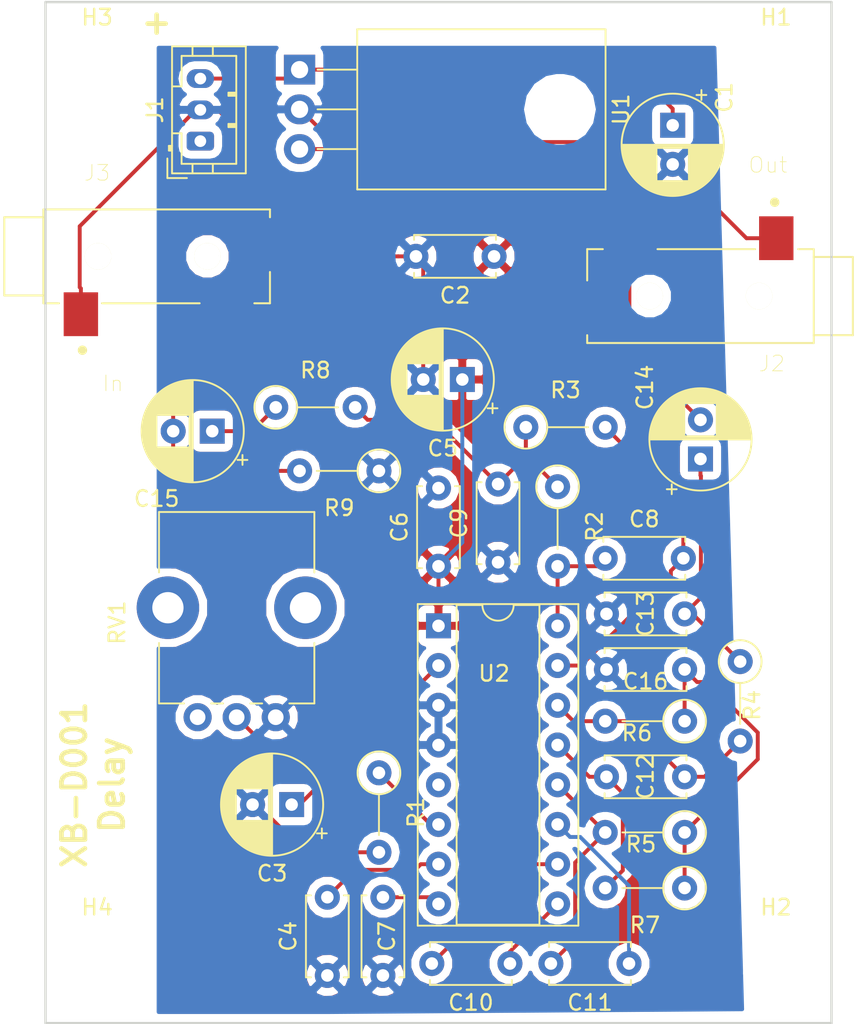
<source format=kicad_pcb>
(kicad_pcb (version 20171130) (host pcbnew "(5.1.0)-1")
  (layers (0 F.Cu signal) (31 B.Cu signal) (34 B.Paste user) (35 F.Paste user) (36 B.SilkS user) (37 F.SilkS user) (38 B.Mask user) (39 F.Mask user) (44 Edge.Cuts user))
  (net 0 "")
  (net 1 +12V)
  (net 2 GND)
  (net 3 +5V)
  (net 4 "Net-(C3-Pad1)")
  (net 5 "Net-(C4-Pad2)")
  (net 6 "Net-(C7-Pad2)")
  (net 7 "Net-(C8-Pad2)")
  (net 8 "Net-(C8-Pad1)")
  (net 9 "Net-(C9-Pad2)")
  (net 10 "Net-(C10-Pad1)")
  (net 11 "Net-(C10-Pad2)")
  (net 12 "Net-(C11-Pad1)")
  (net 13 "Net-(C11-Pad2)")
  (net 14 "Net-(C12-Pad1)")
  (net 15 "Net-(C12-Pad2)")
  (net 16 "Net-(C13-Pad1)")
  (net 17 Output)
  (net 18 Input)
  (net 19 "Net-(C15-Pad1)")
  (net 20 "Net-(C16-Pad1)")
  (net 21 -12V)
  (net 22 "Net-(R1-Pad1)")
  (net 23 "Net-(R1-Pad2)")
  (net 24 "Net-(RV1-Pad3)")
  (net 25 "Net-(U2-Pad5)")
  (net 26 "Net-(J2-PadTN)")
  (net 27 "Net-(J3-PadTN)")
  (module Package_TO_SOT_THT:TO-220-3_Horizontal_TabDown (layer F.Cu) (at 143.764 33.782 270)
    (fp_text reference U1 (at 2.54 -20.58 270) (layer F.SilkS))
    (fp_text value LM7805_TO220)
    (pad "" np_thru_hole oval (at 2.54 -16.66 270) (size 3.5 3.5) (drill 3.5) (layers *.Cu *.Mask))
    (pad 1 thru_hole rect (at 0 0 270) (size 1.905 2) (drill 1.1) (layers *.Cu *.Mask) (net 1 +12V))
    (pad 2 thru_hole oval (at 2.54 0 270) (size 1.905 2) (drill 1.1) (layers *.Cu *.Mask) (net 2 GND))
    (pad 3 thru_hole oval (at 5.08 0 270) (size 1.905 2) (drill 1.1) (layers *.Cu *.Mask) (net 3 +5V))
  )
  (module SJ2-3592B-SMT-TR:CUI_SJ2-3592B-SMT-TR (layer F.Cu) (at 134.62 45.72)
    (fp_text reference J3 (at -3.81 -5.334) (layer F.SilkS) (effects (font (size 1.00194 1.00194) (thickness 0.05))))
    (fp_text value In (at -2.794 8.128) (layer F.SilkS) (effects (font (size 1.00016 1.00016) (thickness 0.05))))
    (pad Hole np_thru_hole circle (at 3.25 0) (size 1.7 1.7) (drill 1.7) (layers *.Cu *.Mask F.SilkS))
    (pad Hole np_thru_hole circle (at -3.75 0) (size 1.7 1.7) (drill 1.7) (layers *.Cu *.Mask F.SilkS))
    (pad TN smd rect (at 8.55 -0.75) (size 2.6 2.8) (layers F.Cu F.Paste F.Mask) (net 27 "Net-(J3-PadTN)"))
    (pad T smd rect (at 4.55 3.7) (size 2.8 2.8) (layers F.Cu F.Paste F.Mask) (net 18 Input))
    (pad S smd rect (at -4.85 3.7) (size 2.2 2.8) (layers F.Cu F.Paste F.Mask) (net 2 GND))
  )
  (module SJ2-3592B-SMT-TR:CUI_SJ2-3592B-SMT-TR (layer F.Cu) (at 169.418 48.26 180)
    (fp_text reference J2 (at -4.572 -4.318 180) (layer F.SilkS) (effects (font (size 1.00194 1.00194) (thickness 0.05))))
    (fp_text value Out (at -4.318 8.382 180) (layer F.SilkS) (effects (font (size 1.00016 1.00016) (thickness 0.05))))
    (pad S smd rect (at -4.85 3.7 180) (size 2.2 2.8) (layers F.Cu F.Paste F.Mask) (net 2 GND))
    (pad T smd rect (at 4.55 3.7 180) (size 2.8 2.8) (layers F.Cu F.Paste F.Mask) (net 17 Output))
    (pad TN smd rect (at 8.55 -0.75 180) (size 2.6 2.8) (layers F.Cu F.Paste F.Mask) (net 26 "Net-(J2-PadTN)"))
    (pad Hole np_thru_hole circle (at -3.75 0 180) (size 1.7 1.7) (drill 1.7) (layers *.Cu *.Mask F.SilkS))
    (pad Hole np_thru_hole circle (at 3.25 0 180) (size 1.7 1.7) (drill 1.7) (layers *.Cu *.Mask F.SilkS))
  )
  (module Capacitor_THT:CP_Radial_D6.3mm_P2.50mm (layer F.Cu) (at 167.64 37.338 270)
    (fp_text reference C1 (at -1.778 -3.302 270) (layer F.SilkS))
    (fp_text value CP)
    (pad 1 thru_hole rect (at 0 0 270) (size 1.6 1.6) (drill 0.8) (layers *.Cu *.Mask) (net 1 +12V))
    (pad 2 thru_hole circle (at 2.5 0 270) (size 1.6 1.6) (drill 0.8) (layers *.Cu *.Mask) (net 2 GND))
  )
  (module Capacitor_THT:C_Disc_D5.0mm_W2.5mm_P5.00mm (layer F.Cu) (at 156.21 45.72 180)
    (fp_text reference C2 (at 2.5 -2.5 180) (layer F.SilkS))
    (fp_text value C)
    (pad 2 thru_hole circle (at 5 0 180) (size 1.6 1.6) (drill 0.8) (layers *.Cu *.Mask) (net 2 GND))
    (pad 1 thru_hole circle (at 0 0 180) (size 1.6 1.6) (drill 0.8) (layers *.Cu *.Mask) (net 3 +5V))
  )
  (module Capacitor_THT:CP_Radial_D6.3mm_P2.50mm (layer F.Cu) (at 143.256 80.772 180)
    (fp_text reference C3 (at 1.25 -4.4 180) (layer F.SilkS))
    (fp_text value 47uF)
    (pad 1 thru_hole rect (at 0 0 180) (size 1.6 1.6) (drill 0.8) (layers *.Cu *.Mask) (net 4 "Net-(C3-Pad1)"))
    (pad 2 thru_hole circle (at 2.5 0 180) (size 1.6 1.6) (drill 0.8) (layers *.Cu *.Mask) (net 2 GND))
  )
  (module Capacitor_THT:C_Disc_D5.0mm_W2.5mm_P5.00mm (layer F.Cu) (at 145.542 91.694 90)
    (fp_text reference C4 (at 2.5 -2.5 90) (layer F.SilkS))
    (fp_text value 0.1uF)
    (pad 2 thru_hole circle (at 5 0 90) (size 1.6 1.6) (drill 0.8) (layers *.Cu *.Mask) (net 5 "Net-(C4-Pad2)"))
    (pad 1 thru_hole circle (at 0 0 90) (size 1.6 1.6) (drill 0.8) (layers *.Cu *.Mask) (net 2 GND))
  )
  (module Capacitor_THT:CP_Radial_D6.3mm_P2.50mm (layer F.Cu) (at 154.178 53.594 180)
    (fp_text reference C5 (at 1.25 -4.4 180) (layer F.SilkS))
    (fp_text value 100uF)
    (pad 2 thru_hole circle (at 2.5 0 180) (size 1.6 1.6) (drill 0.8) (layers *.Cu *.Mask) (net 2 GND))
    (pad 1 thru_hole rect (at 0 0 180) (size 1.6 1.6) (drill 0.8) (layers *.Cu *.Mask) (net 3 +5V))
  )
  (module Capacitor_THT:C_Disc_D5.0mm_W2.5mm_P5.00mm (layer F.Cu) (at 152.654 65.532 90)
    (fp_text reference C6 (at 2.5 -2.5 90) (layer F.SilkS))
    (fp_text value 0.1uF)
    (pad 2 thru_hole circle (at 5 0 90) (size 1.6 1.6) (drill 0.8) (layers *.Cu *.Mask) (net 2 GND))
    (pad 1 thru_hole circle (at 0 0 90) (size 1.6 1.6) (drill 0.8) (layers *.Cu *.Mask) (net 3 +5V))
  )
  (module Capacitor_THT:C_Disc_D5.0mm_W2.5mm_P5.00mm (layer F.Cu) (at 149.098 91.694 90)
    (fp_text reference C7 (at 2.5 0.254 90) (layer F.SilkS))
    (fp_text value 0.1uF)
    (pad 1 thru_hole circle (at 0 0 90) (size 1.6 1.6) (drill 0.8) (layers *.Cu *.Mask) (net 2 GND))
    (pad 2 thru_hole circle (at 5 0 90) (size 1.6 1.6) (drill 0.8) (layers *.Cu *.Mask) (net 6 "Net-(C7-Pad2)"))
  )
  (module Capacitor_THT:C_Disc_D5.0mm_W2.5mm_P5.00mm (layer F.Cu) (at 163.322 65.024)
    (fp_text reference C8 (at 2.5 -2.5) (layer F.SilkS))
    (fp_text value 560pF)
    (pad 2 thru_hole circle (at 5 0) (size 1.6 1.6) (drill 0.8) (layers *.Cu *.Mask) (net 7 "Net-(C8-Pad2)"))
    (pad 1 thru_hole circle (at 0 0) (size 1.6 1.6) (drill 0.8) (layers *.Cu *.Mask) (net 8 "Net-(C8-Pad1)"))
  )
  (module Capacitor_THT:C_Disc_D5.0mm_W2.5mm_P5.00mm (layer F.Cu) (at 156.464 65.278 90)
    (fp_text reference C9 (at 2.5 -2.5 90) (layer F.SilkS))
    (fp_text value 5600pF)
    (pad 1 thru_hole circle (at 0 0 90) (size 1.6 1.6) (drill 0.8) (layers *.Cu *.Mask) (net 2 GND))
    (pad 2 thru_hole circle (at 5 0 90) (size 1.6 1.6) (drill 0.8) (layers *.Cu *.Mask) (net 9 "Net-(C9-Pad2)"))
  )
  (module Capacitor_THT:C_Disc_D5.0mm_W2.5mm_P5.00mm (layer F.Cu) (at 157.226 90.932 180)
    (fp_text reference C10 (at 2.5 -2.5 180) (layer F.SilkS))
    (fp_text value 0.1uF)
    (pad 1 thru_hole circle (at 0 0 180) (size 1.6 1.6) (drill 0.8) (layers *.Cu *.Mask) (net 10 "Net-(C10-Pad1)"))
    (pad 2 thru_hole circle (at 5 0 180) (size 1.6 1.6) (drill 0.8) (layers *.Cu *.Mask) (net 11 "Net-(C10-Pad2)"))
  )
  (module Capacitor_THT:C_Disc_D5.0mm_W2.5mm_P5.00mm (layer F.Cu) (at 164.846 90.932 180)
    (fp_text reference C11 (at 2.5 -2.5 180) (layer F.SilkS))
    (fp_text value 0.1uF)
    (pad 1 thru_hole circle (at 0 0 180) (size 1.6 1.6) (drill 0.8) (layers *.Cu *.Mask) (net 12 "Net-(C11-Pad1)"))
    (pad 2 thru_hole circle (at 5 0 180) (size 1.6 1.6) (drill 0.8) (layers *.Cu *.Mask) (net 13 "Net-(C11-Pad2)"))
  )
  (module Capacitor_THT:C_Disc_D5.0mm_W2.5mm_P5.00mm (layer F.Cu) (at 168.402 78.994 180)
    (fp_text reference C12 (at 2.5 0 270) (layer F.SilkS))
    (fp_text value 560pF)
    (pad 1 thru_hole circle (at 0 0 180) (size 1.6 1.6) (drill 0.8) (layers *.Cu *.Mask) (net 14 "Net-(C12-Pad1)"))
    (pad 2 thru_hole circle (at 5 0 180) (size 1.6 1.6) (drill 0.8) (layers *.Cu *.Mask) (net 15 "Net-(C12-Pad2)"))
  )
  (module Capacitor_THT:C_Disc_D5.0mm_W2.5mm_P5.00mm (layer F.Cu) (at 168.402 68.58 180)
    (fp_text reference C13 (at 2.5 0 270) (layer F.SilkS))
    (fp_text value 0.1uF)
    (pad 1 thru_hole circle (at 0 0 180) (size 1.6 1.6) (drill 0.8) (layers *.Cu *.Mask) (net 16 "Net-(C13-Pad1)"))
    (pad 2 thru_hole circle (at 5 0 180) (size 1.6 1.6) (drill 0.8) (layers *.Cu *.Mask) (net 2 GND))
  )
  (module Capacitor_THT:CP_Radial_D6.3mm_P2.50mm (layer F.Cu) (at 169.418 58.674 90)
    (fp_text reference C14 (at 4.572 -3.556 90) (layer F.SilkS))
    (fp_text value 10uF)
    (pad 1 thru_hole rect (at 0 0 90) (size 1.6 1.6) (drill 0.8) (layers *.Cu *.Mask) (net 16 "Net-(C13-Pad1)"))
    (pad 2 thru_hole circle (at 2.5 0 90) (size 1.6 1.6) (drill 0.8) (layers *.Cu *.Mask) (net 17 Output))
  )
  (module Capacitor_THT:CP_Radial_D6.3mm_P2.50mm (layer F.Cu) (at 138.176 56.896 180)
    (fp_text reference C15 (at 3.556 -4.318 180) (layer F.SilkS))
    (fp_text value 4.7uF)
    (pad 2 thru_hole circle (at 2.5 0 180) (size 1.6 1.6) (drill 0.8) (layers *.Cu *.Mask) (net 18 Input))
    (pad 1 thru_hole rect (at 0 0 180) (size 1.6 1.6) (drill 0.8) (layers *.Cu *.Mask) (net 19 "Net-(C15-Pad1)"))
  )
  (module Capacitor_THT:C_Disc_D5.0mm_W2.5mm_P5.00mm (layer F.Cu) (at 168.402 72.136 180)
    (fp_text reference C16 (at 2.5 -0.762 180) (layer F.SilkS))
    (fp_text value 5600pF)
    (pad 2 thru_hole circle (at 5 0 180) (size 1.6 1.6) (drill 0.8) (layers *.Cu *.Mask) (net 2 GND))
    (pad 1 thru_hole circle (at 0 0 180) (size 1.6 1.6) (drill 0.8) (layers *.Cu *.Mask) (net 20 "Net-(C16-Pad1)"))
  )
  (module MountingHole:MountingHole_3.2mm_M3_ISO7380 (layer F.Cu) (at 174.244 34.29)
    (fp_text reference H1 (at 0 -3.85) (layer F.SilkS))
    (fp_text value MountingHole)
    (pad 1 np_thru_hole circle (at 0 0) (size 3.2 3.2) (drill 3.2) (layers *.Cu *.Mask))
  )
  (module MountingHole:MountingHole_3.2mm_M3_ISO7380 (layer F.Cu) (at 174.244 91.186)
    (fp_text reference H2 (at 0 -3.85) (layer F.SilkS))
    (fp_text value MountingHole)
    (pad 1 np_thru_hole circle (at 0 0) (size 3.2 3.2) (drill 3.2) (layers *.Cu *.Mask))
  )
  (module MountingHole:MountingHole_3.2mm_M3_ISO7380 (layer F.Cu) (at 130.81 34.29)
    (fp_text reference H3 (at 0 -3.85) (layer F.SilkS))
    (fp_text value MountingHole)
    (pad 1 np_thru_hole circle (at 0 0) (size 3.2 3.2) (drill 3.2) (layers *.Cu *.Mask))
  )
  (module MountingHole:MountingHole_3.2mm_M3_ISO7380 (layer F.Cu) (at 130.81 91.186)
    (fp_text reference H4 (at 0 -3.85) (layer F.SilkS))
    (fp_text value MountingHole)
    (pad 1 np_thru_hole circle (at 0 0) (size 3.2 3.2) (drill 3.2) (layers *.Cu *.Mask))
  )
  (module Connector_JST:JST_PH_B3B-PH-K_1x03_P2.00mm_Vertical (layer F.Cu) (at 137.414 38.354 90)
    (fp_text reference J1 (at 2 -2.9 90) (layer F.SilkS))
    (fp_text value Conn_01x03_Female)
    (pad 1 thru_hole roundrect (at 0 0 90) (size 1.2 1.75) (drill 0.75) (layers *.Cu *.Mask) (roundrect_rratio 0.208333) (net 21 -12V))
    (pad 2 thru_hole oval (at 2 0 90) (size 1.2 1.75) (drill 0.75) (layers *.Cu *.Mask) (net 2 GND))
    (pad 3 thru_hole oval (at 4 0 90) (size 1.2 1.75) (drill 0.75) (layers *.Cu *.Mask) (net 1 +12V))
  )
  (module Resistor_THT:R_Axial_DIN0207_L6.3mm_D2.5mm_P5.08mm_Vertical (layer F.Cu) (at 148.844 78.74 270)
    (fp_text reference R1 (at 2.54 -2.37 270) (layer F.SilkS))
    (fp_text value 1k)
    (pad 1 thru_hole circle (at 0 0 270) (size 1.6 1.6) (drill 0.8) (layers *.Cu *.Mask) (net 22 "Net-(R1-Pad1)"))
    (pad 2 thru_hole oval (at 5.08 0 270) (size 1.6 1.6) (drill 0.8) (layers *.Cu *.Mask) (net 23 "Net-(R1-Pad2)"))
  )
  (module Resistor_THT:R_Axial_DIN0207_L6.3mm_D2.5mm_P5.08mm_Vertical (layer F.Cu) (at 160.274 60.452 270)
    (fp_text reference R2 (at 2.54 -2.37 270) (layer F.SilkS))
    (fp_text value 10k)
    (pad 2 thru_hole oval (at 5.08 0 270) (size 1.6 1.6) (drill 0.8) (layers *.Cu *.Mask) (net 8 "Net-(C8-Pad1)"))
    (pad 1 thru_hole circle (at 0 0 270) (size 1.6 1.6) (drill 0.8) (layers *.Cu *.Mask) (net 9 "Net-(C9-Pad2)"))
  )
  (module Resistor_THT:R_Axial_DIN0207_L6.3mm_D2.5mm_P5.08mm_Vertical (layer F.Cu) (at 158.242 56.642)
    (fp_text reference R3 (at 2.54 -2.37) (layer F.SilkS))
    (fp_text value 15k)
    (pad 1 thru_hole circle (at 0 0) (size 1.6 1.6) (drill 0.8) (layers *.Cu *.Mask) (net 9 "Net-(C9-Pad2)"))
    (pad 2 thru_hole oval (at 5.08 0) (size 1.6 1.6) (drill 0.8) (layers *.Cu *.Mask) (net 7 "Net-(C8-Pad2)"))
  )
  (module Resistor_THT:R_Axial_DIN0207_L6.3mm_D2.5mm_P5.08mm_Vertical (layer F.Cu) (at 171.958 71.628 270)
    (fp_text reference R4 (at 2.794 -0.762 270) (layer F.SilkS))
    (fp_text value 2.74k)
    (pad 2 thru_hole oval (at 5.08 0 270) (size 1.6 1.6) (drill 0.8) (layers *.Cu *.Mask) (net 14 "Net-(C12-Pad1)"))
    (pad 1 thru_hole circle (at 0 0 270) (size 1.6 1.6) (drill 0.8) (layers *.Cu *.Mask) (net 16 "Net-(C13-Pad1)"))
  )
  (module Resistor_THT:R_Axial_DIN0207_L6.3mm_D2.5mm_P5.08mm_Vertical (layer F.Cu) (at 168.402 82.55 180)
    (fp_text reference R5 (at 2.794 -0.762 180) (layer F.SilkS))
    (fp_text value 15k)
    (pad 2 thru_hole oval (at 5.08 0 180) (size 1.6 1.6) (drill 0.8) (layers *.Cu *.Mask) (net 13 "Net-(C11-Pad2)"))
    (pad 1 thru_hole circle (at 0 0 180) (size 1.6 1.6) (drill 0.8) (layers *.Cu *.Mask) (net 20 "Net-(C16-Pad1)"))
  )
  (module Resistor_THT:R_Axial_DIN0207_L6.3mm_D2.5mm_P5.08mm_Vertical (layer F.Cu) (at 168.402 75.438 180)
    (fp_text reference R6 (at 3.048 -0.762 180) (layer F.SilkS))
    (fp_text value 15k)
    (pad 1 thru_hole circle (at 0 0 180) (size 1.6 1.6) (drill 0.8) (layers *.Cu *.Mask) (net 20 "Net-(C16-Pad1)"))
    (pad 2 thru_hole oval (at 5.08 0 180) (size 1.6 1.6) (drill 0.8) (layers *.Cu *.Mask) (net 14 "Net-(C12-Pad1)"))
  )
  (module Resistor_THT:R_Axial_DIN0207_L6.3mm_D2.5mm_P5.08mm_Vertical (layer F.Cu) (at 168.402 86.106 180)
    (fp_text reference R7 (at 2.54 -2.37 180) (layer F.SilkS))
    (fp_text value 10k)
    (pad 1 thru_hole circle (at 0 0 180) (size 1.6 1.6) (drill 0.8) (layers *.Cu *.Mask) (net 20 "Net-(C16-Pad1)"))
    (pad 2 thru_hole oval (at 5.08 0 180) (size 1.6 1.6) (drill 0.8) (layers *.Cu *.Mask) (net 15 "Net-(C12-Pad2)"))
  )
  (module Resistor_THT:R_Axial_DIN0207_L6.3mm_D2.5mm_P5.08mm_Vertical (layer F.Cu) (at 142.24 55.372)
    (fp_text reference R8 (at 2.54 -2.37) (layer F.SilkS))
    (fp_text value 15k)
    (pad 2 thru_hole oval (at 5.08 0) (size 1.6 1.6) (drill 0.8) (layers *.Cu *.Mask) (net 9 "Net-(C9-Pad2)"))
    (pad 1 thru_hole circle (at 0 0) (size 1.6 1.6) (drill 0.8) (layers *.Cu *.Mask) (net 19 "Net-(C15-Pad1)"))
  )
  (module Resistor_THT:R_Axial_DIN0207_L6.3mm_D2.5mm_P5.08mm_Vertical (layer F.Cu) (at 148.844 59.436 180)
    (fp_text reference R9 (at 2.54 -2.37 180) (layer F.SilkS))
    (fp_text value 100k)
    (pad 1 thru_hole circle (at 0 0 180) (size 1.6 1.6) (drill 0.8) (layers *.Cu *.Mask) (net 2 GND))
    (pad 2 thru_hole oval (at 5.08 0 180) (size 1.6 1.6) (drill 0.8) (layers *.Cu *.Mask) (net 18 Input))
  )
  (module Potentiometer_THT:Potentiometer_Bourns_PTV09A-1_Single_Vertical (layer F.Cu) (at 142.24 75.184 90)
    (fp_text reference RV1 (at 6.05 -10.15 90) (layer F.SilkS))
    (fp_text value R_POT)
    (pad 3 thru_hole circle (at 0 -5 90) (size 1.8 1.8) (drill 1) (layers *.Cu *.Mask) (net 24 "Net-(RV1-Pad3)"))
    (pad 2 thru_hole circle (at 0 -2.5 90) (size 1.8 1.8) (drill 1) (layers *.Cu *.Mask) (net 23 "Net-(R1-Pad2)"))
    (pad 1 thru_hole circle (at 0 0 90) (size 1.8 1.8) (drill 1) (layers *.Cu *.Mask) (net 2 GND))
    (pad "" np_thru_hole circle (at 7 -6.9 90) (size 4 4) (drill 2) (layers *.Cu *.Mask))
    (pad "" np_thru_hole circle (at 7 1.9 90) (size 4 4) (drill 2) (layers *.Cu *.Mask))
  )
  (module Package_DIP:DIP-16_W7.62mm_Socket (layer F.Cu) (at 152.654 69.342)
    (fp_text reference U2 (at 3.556 3.048) (layer F.SilkS))
    (fp_text value PT2399)
    (pad 1 thru_hole rect (at 0 0) (size 1.6 1.6) (drill 0.8) (layers *.Cu *.Mask) (net 3 +5V))
    (pad 9 thru_hole oval (at 7.62 17.78) (size 1.6 1.6) (drill 0.8) (layers *.Cu *.Mask) (net 10 "Net-(C10-Pad1)"))
    (pad 2 thru_hole oval (at 0 2.54) (size 1.6 1.6) (drill 0.8) (layers *.Cu *.Mask) (net 4 "Net-(C3-Pad1)"))
    (pad 10 thru_hole oval (at 7.62 15.24) (size 1.6 1.6) (drill 0.8) (layers *.Cu *.Mask) (net 11 "Net-(C10-Pad2)"))
    (pad 3 thru_hole oval (at 0 5.08) (size 1.6 1.6) (drill 0.8) (layers *.Cu *.Mask) (net 2 GND))
    (pad 11 thru_hole oval (at 7.62 12.7) (size 1.6 1.6) (drill 0.8) (layers *.Cu *.Mask) (net 12 "Net-(C11-Pad1)"))
    (pad 4 thru_hole oval (at 0 7.62) (size 1.6 1.6) (drill 0.8) (layers *.Cu *.Mask) (net 2 GND))
    (pad 12 thru_hole oval (at 7.62 10.16) (size 1.6 1.6) (drill 0.8) (layers *.Cu *.Mask) (net 13 "Net-(C11-Pad2)"))
    (pad 5 thru_hole oval (at 0 10.16) (size 1.6 1.6) (drill 0.8) (layers *.Cu *.Mask) (net 25 "Net-(U2-Pad5)"))
    (pad 13 thru_hole oval (at 7.62 7.62) (size 1.6 1.6) (drill 0.8) (layers *.Cu *.Mask) (net 15 "Net-(C12-Pad2)"))
    (pad 6 thru_hole oval (at 0 12.7) (size 1.6 1.6) (drill 0.8) (layers *.Cu *.Mask) (net 22 "Net-(R1-Pad1)"))
    (pad 14 thru_hole oval (at 7.62 5.08) (size 1.6 1.6) (drill 0.8) (layers *.Cu *.Mask) (net 14 "Net-(C12-Pad1)"))
    (pad 7 thru_hole oval (at 0 15.24) (size 1.6 1.6) (drill 0.8) (layers *.Cu *.Mask) (net 5 "Net-(C4-Pad2)"))
    (pad 15 thru_hole oval (at 7.62 2.54) (size 1.6 1.6) (drill 0.8) (layers *.Cu *.Mask) (net 7 "Net-(C8-Pad2)"))
    (pad 8 thru_hole oval (at 0 17.78) (size 1.6 1.6) (drill 0.8) (layers *.Cu *.Mask) (net 6 "Net-(C7-Pad2)"))
    (pad 16 thru_hole oval (at 7.62 0) (size 1.6 1.6) (drill 0.8) (layers *.Cu *.Mask) (net 8 "Net-(C8-Pad1)"))
  )
  (gr_text + (at 134.62 30.734) (layer F.SilkS) (effects (font (size 1.5 1.5) (thickness 0.3))))
  (gr_text "XB-D001\nDelay" (at 130.556 79.502 90) (layer F.SilkS) (effects (font (size 1.5 1.5) (thickness 0.3))))
  (gr_line (start 127.508 94.742) (end 177.8 94.742) (layer Edge.Cuts) (width 0.15))
  (gr_line (start 127.508 29.464) (end 127.508 94.742) (layer Edge.Cuts) (width 0.15))
  (gr_line (start 177.8 29.464) (end 177.8 94.742) (layer Edge.Cuts) (width 0.15))
  (gr_line (start 127.508 29.464) (end 177.8 29.464) (layer Edge.Cuts) (width 0.15))
  (segment (start 143.192 34.354) (end 143.764 33.782) (width 0.25) (layer F.Cu) (net 1))
  (segment (start 137.414 34.354) (end 143.192 34.354) (width 0.25) (layer F.Cu) (net 1))
  (segment (start 145.014 33.782) (end 143.764 33.782) (width 0.25) (layer F.Cu) (net 1))
  (segment (start 165.134 33.782) (end 145.014 33.782) (width 0.25) (layer F.Cu) (net 1))
  (segment (start 167.64 36.288) (end 165.134 33.782) (width 0.25) (layer F.Cu) (net 1))
  (segment (start 167.64 37.338) (end 167.64 36.288) (width 0.25) (layer F.Cu) (net 1))
  (segment (start 143.732 36.354) (end 143.764 36.322) (width 0.25) (layer F.Cu) (net 2))
  (segment (start 137.414 36.354) (end 143.732 36.354) (width 0.25) (layer F.Cu) (net 2))
  (segment (start 129.77 47.77) (end 129.77 49.42) (width 0.25) (layer F.Cu) (net 2))
  (segment (start 129.694999 47.694999) (end 129.77 47.77) (width 0.25) (layer F.Cu) (net 2))
  (segment (start 129.694999 43.798001) (end 129.694999 47.694999) (width 0.25) (layer F.Cu) (net 2))
  (segment (start 137.139 36.354) (end 129.694999 43.798001) (width 0.25) (layer F.Cu) (net 2))
  (segment (start 137.414 36.354) (end 137.139 36.354) (width 0.25) (layer F.Cu) (net 2))
  (segment (start 150.07863 45.72) (end 151.21 45.72) (width 0.25) (layer F.Cu) (net 2))
  (segment (start 147.905 45.72) (end 150.07863 45.72) (width 0.25) (layer F.Cu) (net 2))
  (segment (start 138.539 36.354) (end 147.905 45.72) (width 0.25) (layer F.Cu) (net 2))
  (segment (start 137.414 36.354) (end 138.539 36.354) (width 0.25) (layer F.Cu) (net 2))
  (segment (start 172.362 44.56) (end 167.64 39.838) (width 0.25) (layer F.Cu) (net 2))
  (segment (start 174.268 44.56) (end 172.362 44.56) (width 0.25) (layer F.Cu) (net 2))
  (segment (start 143.8115 36.322) (end 143.764 36.322) (width 0.25) (layer F.Cu) (net 2))
  (segment (start 145.901491 38.411991) (end 143.8115 36.322) (width 0.25) (layer F.Cu) (net 2))
  (segment (start 166.213991 38.411991) (end 145.901491 38.411991) (width 0.25) (layer F.Cu) (net 2))
  (segment (start 167.64 39.838) (end 166.213991 38.411991) (width 0.25) (layer F.Cu) (net 2))
  (segment (start 151.678 46.188) (end 151.21 45.72) (width 0.25) (layer F.Cu) (net 2))
  (segment (start 151.678 53.594) (end 151.678 46.188) (width 0.25) (layer F.Cu) (net 2))
  (segment (start 152.654 74.422) (end 152.654 76.962) (width 0.25) (layer B.Cu) (net 2))
  (segment (start 149.352 38.862) (end 156.21 45.72) (width 0.25) (layer F.Cu) (net 3))
  (segment (start 143.764 38.862) (end 149.352 38.862) (width 0.25) (layer F.Cu) (net 3))
  (segment (start 154.178 47.752) (end 156.21 45.72) (width 0.25) (layer F.Cu) (net 3))
  (segment (start 154.178 53.594) (end 154.178 47.752) (width 0.25) (layer F.Cu) (net 3))
  (segment (start 152.654 65.532) (end 152.654 69.342) (width 0.25) (layer F.Cu) (net 3))
  (segment (start 154.178 64.008) (end 154.178 53.594) (width 0.25) (layer B.Cu) (net 3))
  (segment (start 152.654 65.532) (end 154.178 64.008) (width 0.25) (layer B.Cu) (net 3))
  (segment (start 143.764 80.772) (end 143.256 80.772) (width 0.25) (layer F.Cu) (net 4))
  (segment (start 152.654 71.882) (end 143.764 80.772) (width 0.25) (layer F.Cu) (net 4))
  (segment (start 151.52263 84.582) (end 152.654 84.582) (width 0.25) (layer F.Cu) (net 5))
  (segment (start 151.159629 84.945001) (end 151.52263 84.582) (width 0.25) (layer F.Cu) (net 5))
  (segment (start 147.290999 84.945001) (end 151.159629 84.945001) (width 0.25) (layer F.Cu) (net 5))
  (segment (start 145.542 86.694) (end 147.290999 84.945001) (width 0.25) (layer F.Cu) (net 5))
  (segment (start 152.226 86.694) (end 152.654 87.122) (width 0.25) (layer F.Cu) (net 6))
  (segment (start 149.098 86.694) (end 152.226 86.694) (width 0.25) (layer F.Cu) (net 6))
  (segment (start 168.322 61.642) (end 163.322 56.642) (width 0.25) (layer F.Cu) (net 7))
  (segment (start 168.322 65.024) (end 168.322 61.642) (width 0.25) (layer F.Cu) (net 7))
  (segment (start 167.522001 65.823999) (end 168.322 65.024) (width 0.25) (layer F.Cu) (net 7))
  (segment (start 167.522001 66.125001) (end 167.522001 65.823999) (width 0.25) (layer F.Cu) (net 7))
  (segment (start 161.765002 71.882) (end 167.522001 66.125001) (width 0.25) (layer F.Cu) (net 7))
  (segment (start 160.274 71.882) (end 161.765002 71.882) (width 0.25) (layer F.Cu) (net 7))
  (segment (start 160.274 65.532) (end 160.274 69.342) (width 0.25) (layer F.Cu) (net 8))
  (segment (start 162.814 65.532) (end 163.322 65.024) (width 0.25) (layer F.Cu) (net 8))
  (segment (start 160.274 65.532) (end 162.814 65.532) (width 0.25) (layer F.Cu) (net 8))
  (segment (start 158.242 58.5) (end 158.242 56.642) (width 0.25) (layer F.Cu) (net 9))
  (segment (start 156.464 60.278) (end 158.242 58.5) (width 0.25) (layer F.Cu) (net 9))
  (segment (start 158.242 58.42) (end 158.242 56.642) (width 0.25) (layer F.Cu) (net 9))
  (segment (start 160.274 60.452) (end 158.242 58.42) (width 0.25) (layer F.Cu) (net 9))
  (segment (start 155.664001 59.478001) (end 156.464 60.278) (width 0.25) (layer F.Cu) (net 9))
  (segment (start 152.357999 56.171999) (end 155.664001 59.478001) (width 0.25) (layer F.Cu) (net 9))
  (segment (start 148.119999 56.171999) (end 152.357999 56.171999) (width 0.25) (layer F.Cu) (net 9))
  (segment (start 147.32 55.372) (end 148.119999 56.171999) (width 0.25) (layer F.Cu) (net 9))
  (segment (start 157.226 90.17) (end 157.226 90.932) (width 0.25) (layer F.Cu) (net 10))
  (segment (start 160.274 87.122) (end 157.226 90.17) (width 0.25) (layer F.Cu) (net 10))
  (segment (start 158.576 84.582) (end 160.274 84.582) (width 0.25) (layer F.Cu) (net 11))
  (segment (start 152.226 90.932) (end 158.576 84.582) (width 0.25) (layer F.Cu) (net 11))
  (segment (start 164.846 89.80063) (end 164.846 90.932) (width 0.25) (layer B.Cu) (net 12))
  (segment (start 164.846 85.964998) (end 164.846 89.80063) (width 0.25) (layer B.Cu) (net 12))
  (segment (start 161.723001 82.841999) (end 164.846 85.964998) (width 0.25) (layer B.Cu) (net 12))
  (segment (start 161.073999 82.841999) (end 161.723001 82.841999) (width 0.25) (layer B.Cu) (net 12))
  (segment (start 160.274 82.042) (end 161.073999 82.841999) (width 0.25) (layer B.Cu) (net 12))
  (segment (start 160.645999 90.132001) (end 159.846 90.932) (width 0.25) (layer F.Cu) (net 13))
  (segment (start 161.399001 89.378999) (end 160.645999 90.132001) (width 0.25) (layer F.Cu) (net 13))
  (segment (start 161.399001 84.472999) (end 161.399001 89.378999) (width 0.25) (layer F.Cu) (net 13))
  (segment (start 163.322 82.55) (end 161.399001 84.472999) (width 0.25) (layer F.Cu) (net 13))
  (segment (start 161.073999 80.301999) (end 163.322 82.55) (width 0.25) (layer F.Cu) (net 13))
  (segment (start 160.274 79.502) (end 161.073999 80.301999) (width 0.25) (layer F.Cu) (net 13))
  (segment (start 169.672 78.994) (end 168.402 78.994) (width 0.25) (layer F.Cu) (net 14))
  (segment (start 171.958 76.708) (end 169.672 78.994) (width 0.25) (layer F.Cu) (net 14))
  (segment (start 164.846 75.438) (end 168.402 78.994) (width 0.25) (layer F.Cu) (net 14))
  (segment (start 163.322 75.438) (end 164.846 75.438) (width 0.25) (layer F.Cu) (net 14))
  (segment (start 161.29 75.438) (end 163.322 75.438) (width 0.25) (layer F.Cu) (net 14))
  (segment (start 160.274 74.422) (end 161.29 75.438) (width 0.25) (layer F.Cu) (net 14))
  (segment (start 164.121999 85.306001) (end 163.322 86.106) (width 0.25) (layer F.Cu) (net 15))
  (segment (start 164.447001 84.980999) (end 164.121999 85.306001) (width 0.25) (layer F.Cu) (net 15))
  (segment (start 164.447001 80.039001) (end 164.447001 84.980999) (width 0.25) (layer F.Cu) (net 15))
  (segment (start 163.402 78.994) (end 164.447001 80.039001) (width 0.25) (layer F.Cu) (net 15))
  (segment (start 162.306 78.994) (end 163.402 78.994) (width 0.25) (layer F.Cu) (net 15))
  (segment (start 160.274 76.962) (end 162.306 78.994) (width 0.25) (layer F.Cu) (net 15))
  (segment (start 169.201999 67.780001) (end 168.402 68.58) (width 0.25) (layer F.Cu) (net 16))
  (segment (start 169.447001 67.534999) (end 169.201999 67.780001) (width 0.25) (layer F.Cu) (net 16))
  (segment (start 169.447001 59.753001) (end 169.447001 67.534999) (width 0.25) (layer F.Cu) (net 16))
  (segment (start 169.418 59.724) (end 169.447001 59.753001) (width 0.25) (layer F.Cu) (net 16))
  (segment (start 169.418 58.674) (end 169.418 59.724) (width 0.25) (layer F.Cu) (net 16))
  (segment (start 168.91 68.58) (end 168.402 68.58) (width 0.25) (layer F.Cu) (net 16))
  (segment (start 171.958 71.628) (end 168.91 68.58) (width 0.25) (layer F.Cu) (net 16))
  (segment (start 164.868 51.624) (end 169.418 56.174) (width 0.25) (layer F.Cu) (net 17))
  (segment (start 164.868 44.56) (end 164.868 51.624) (width 0.25) (layer F.Cu) (net 17))
  (segment (start 137.52 49.42) (end 139.17 49.42) (width 0.25) (layer F.Cu) (net 18))
  (segment (start 135.676 51.264) (end 137.52 49.42) (width 0.25) (layer F.Cu) (net 18))
  (segment (start 135.676 56.896) (end 135.676 51.264) (width 0.25) (layer F.Cu) (net 18))
  (segment (start 142.63263 59.436) (end 143.764 59.436) (width 0.25) (layer F.Cu) (net 18))
  (segment (start 137.08463 59.436) (end 142.63263 59.436) (width 0.25) (layer F.Cu) (net 18))
  (segment (start 135.676 58.02737) (end 137.08463 59.436) (width 0.25) (layer F.Cu) (net 18))
  (segment (start 135.676 56.896) (end 135.676 58.02737) (width 0.25) (layer F.Cu) (net 18))
  (segment (start 140.716 56.896) (end 142.24 55.372) (width 0.25) (layer F.Cu) (net 19))
  (segment (start 138.176 56.896) (end 140.716 56.896) (width 0.25) (layer F.Cu) (net 19))
  (segment (start 168.402 72.136) (end 168.402 75.438) (width 0.25) (layer F.Cu) (net 20))
  (segment (start 168.402 86.106) (end 168.402 82.55) (width 0.25) (layer F.Cu) (net 20))
  (segment (start 169.201999 72.935999) (end 168.402 72.136) (width 0.25) (layer F.Cu) (net 20))
  (segment (start 169.851001 72.935999) (end 169.201999 72.935999) (width 0.25) (layer F.Cu) (net 20))
  (segment (start 173.083001 76.167999) (end 169.851001 72.935999) (width 0.25) (layer F.Cu) (net 20))
  (segment (start 173.083001 77.868999) (end 173.083001 76.167999) (width 0.25) (layer F.Cu) (net 20))
  (segment (start 168.402 82.55) (end 173.083001 77.868999) (width 0.25) (layer F.Cu) (net 20))
  (segment (start 152.146 82.042) (end 152.654 82.042) (width 0.25) (layer F.Cu) (net 22))
  (segment (start 148.844 78.74) (end 152.146 82.042) (width 0.25) (layer F.Cu) (net 22))
  (segment (start 140.639999 76.083999) (end 139.74 75.184) (width 0.25) (layer F.Cu) (net 23))
  (segment (start 141.881001 77.325001) (end 140.639999 76.083999) (width 0.25) (layer F.Cu) (net 23))
  (segment (start 141.881001 81.582003) (end 141.881001 77.325001) (width 0.25) (layer F.Cu) (net 23))
  (segment (start 144.118998 83.82) (end 141.881001 81.582003) (width 0.25) (layer F.Cu) (net 23))
  (segment (start 148.844 83.82) (end 144.118998 83.82) (width 0.25) (layer F.Cu) (net 23))
  (zone (net 2) (net_name GND) (layer B.Cu) (connect_pads (clearance 0.508)) (min_thickness 0.254) (fill yes (arc_segments 16) (thermal_gap 0.508) (thermal_bridge_width 0.508))
    (polygon (pts (xy 134.62 32.258) (xy 170.434 32.258) (xy 172.212 93.98) (xy 134.62 94.234)))
  )
  (zone (net 3) (net_name +5V) (layer F.Cu) (connect_pads (clearance 0.508)) (min_thickness 0.254) (fill yes (arc_segments 16) (thermal_gap 0.508) (thermal_bridge_width 0.508))
    (polygon (pts (xy 134.874 42.164) (xy 168.91 42.926) (xy 171.196 93.726) (xy 136.144 93.218)))
  )
)
</source>
